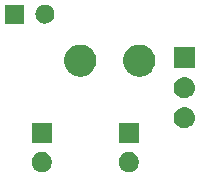
<source format=gbs>
G04 #@! TF.GenerationSoftware,KiCad,Pcbnew,5.0.2+dfsg1-1~bpo9+1*
G04 #@! TF.CreationDate,2020-08-26T14:23:20+01:00*
G04 #@! TF.ProjectId,ncp1402,6e637031-3430-4322-9e6b-696361645f70,rev?*
G04 #@! TF.SameCoordinates,Original*
G04 #@! TF.FileFunction,Soldermask,Bot*
G04 #@! TF.FilePolarity,Negative*
%FSLAX46Y46*%
G04 Gerber Fmt 4.6, Leading zero omitted, Abs format (unit mm)*
G04 Created by KiCad (PCBNEW 5.0.2+dfsg1-1~bpo9+1) date Wed 26 Aug 2020 14:23:20 IST*
%MOMM*%
%LPD*%
G01*
G04 APERTURE LIST*
%ADD10C,0.100000*%
G04 APERTURE END LIST*
D10*
G36*
X134995228Y-81818703D02*
X135150100Y-81882853D01*
X135289481Y-81975985D01*
X135408015Y-82094519D01*
X135501147Y-82233900D01*
X135565297Y-82388772D01*
X135598000Y-82553184D01*
X135598000Y-82720816D01*
X135565297Y-82885228D01*
X135501147Y-83040100D01*
X135408015Y-83179481D01*
X135289481Y-83298015D01*
X135150100Y-83391147D01*
X134995228Y-83455297D01*
X134830816Y-83488000D01*
X134663184Y-83488000D01*
X134498772Y-83455297D01*
X134343900Y-83391147D01*
X134204519Y-83298015D01*
X134085985Y-83179481D01*
X133992853Y-83040100D01*
X133928703Y-82885228D01*
X133896000Y-82720816D01*
X133896000Y-82553184D01*
X133928703Y-82388772D01*
X133992853Y-82233900D01*
X134085985Y-82094519D01*
X134204519Y-81975985D01*
X134343900Y-81882853D01*
X134498772Y-81818703D01*
X134663184Y-81786000D01*
X134830816Y-81786000D01*
X134995228Y-81818703D01*
X134995228Y-81818703D01*
G37*
G36*
X142361228Y-81818703D02*
X142516100Y-81882853D01*
X142655481Y-81975985D01*
X142774015Y-82094519D01*
X142867147Y-82233900D01*
X142931297Y-82388772D01*
X142964000Y-82553184D01*
X142964000Y-82720816D01*
X142931297Y-82885228D01*
X142867147Y-83040100D01*
X142774015Y-83179481D01*
X142655481Y-83298015D01*
X142516100Y-83391147D01*
X142361228Y-83455297D01*
X142196816Y-83488000D01*
X142029184Y-83488000D01*
X141864772Y-83455297D01*
X141709900Y-83391147D01*
X141570519Y-83298015D01*
X141451985Y-83179481D01*
X141358853Y-83040100D01*
X141294703Y-82885228D01*
X141262000Y-82720816D01*
X141262000Y-82553184D01*
X141294703Y-82388772D01*
X141358853Y-82233900D01*
X141451985Y-82094519D01*
X141570519Y-81975985D01*
X141709900Y-81882853D01*
X141864772Y-81818703D01*
X142029184Y-81786000D01*
X142196816Y-81786000D01*
X142361228Y-81818703D01*
X142361228Y-81818703D01*
G37*
G36*
X142964000Y-80988000D02*
X141262000Y-80988000D01*
X141262000Y-79286000D01*
X142964000Y-79286000D01*
X142964000Y-80988000D01*
X142964000Y-80988000D01*
G37*
G36*
X135598000Y-80988000D02*
X133896000Y-80988000D01*
X133896000Y-79286000D01*
X135598000Y-79286000D01*
X135598000Y-80988000D01*
X135598000Y-80988000D01*
G37*
G36*
X146922443Y-77972519D02*
X146988627Y-77979037D01*
X147101853Y-78013384D01*
X147158467Y-78030557D01*
X147297087Y-78104652D01*
X147314991Y-78114222D01*
X147350729Y-78143552D01*
X147452186Y-78226814D01*
X147535448Y-78328271D01*
X147564778Y-78364009D01*
X147564779Y-78364011D01*
X147648443Y-78520533D01*
X147648443Y-78520534D01*
X147699963Y-78690373D01*
X147717359Y-78867000D01*
X147699963Y-79043627D01*
X147665616Y-79156853D01*
X147648443Y-79213467D01*
X147574348Y-79352087D01*
X147564778Y-79369991D01*
X147535448Y-79405729D01*
X147452186Y-79507186D01*
X147350729Y-79590448D01*
X147314991Y-79619778D01*
X147314989Y-79619779D01*
X147158467Y-79703443D01*
X147101853Y-79720616D01*
X146988627Y-79754963D01*
X146922442Y-79761482D01*
X146856260Y-79768000D01*
X146767740Y-79768000D01*
X146701558Y-79761482D01*
X146635373Y-79754963D01*
X146522147Y-79720616D01*
X146465533Y-79703443D01*
X146309011Y-79619779D01*
X146309009Y-79619778D01*
X146273271Y-79590448D01*
X146171814Y-79507186D01*
X146088552Y-79405729D01*
X146059222Y-79369991D01*
X146049652Y-79352087D01*
X145975557Y-79213467D01*
X145958384Y-79156853D01*
X145924037Y-79043627D01*
X145906641Y-78867000D01*
X145924037Y-78690373D01*
X145975557Y-78520534D01*
X145975557Y-78520533D01*
X146059221Y-78364011D01*
X146059222Y-78364009D01*
X146088552Y-78328271D01*
X146171814Y-78226814D01*
X146273271Y-78143552D01*
X146309009Y-78114222D01*
X146326913Y-78104652D01*
X146465533Y-78030557D01*
X146522147Y-78013384D01*
X146635373Y-77979037D01*
X146701557Y-77972519D01*
X146767740Y-77966000D01*
X146856260Y-77966000D01*
X146922443Y-77972519D01*
X146922443Y-77972519D01*
G37*
G36*
X146922443Y-75432519D02*
X146988627Y-75439037D01*
X147101853Y-75473384D01*
X147158467Y-75490557D01*
X147297087Y-75564652D01*
X147314991Y-75574222D01*
X147350729Y-75603552D01*
X147452186Y-75686814D01*
X147535448Y-75788271D01*
X147564778Y-75824009D01*
X147564779Y-75824011D01*
X147648443Y-75980533D01*
X147648443Y-75980534D01*
X147699963Y-76150373D01*
X147717359Y-76327000D01*
X147699963Y-76503627D01*
X147665616Y-76616853D01*
X147648443Y-76673467D01*
X147574348Y-76812087D01*
X147564778Y-76829991D01*
X147535448Y-76865729D01*
X147452186Y-76967186D01*
X147350729Y-77050448D01*
X147314991Y-77079778D01*
X147314989Y-77079779D01*
X147158467Y-77163443D01*
X147101853Y-77180616D01*
X146988627Y-77214963D01*
X146922443Y-77221481D01*
X146856260Y-77228000D01*
X146767740Y-77228000D01*
X146701557Y-77221481D01*
X146635373Y-77214963D01*
X146522147Y-77180616D01*
X146465533Y-77163443D01*
X146309011Y-77079779D01*
X146309009Y-77079778D01*
X146273271Y-77050448D01*
X146171814Y-76967186D01*
X146088552Y-76865729D01*
X146059222Y-76829991D01*
X146049652Y-76812087D01*
X145975557Y-76673467D01*
X145958384Y-76616853D01*
X145924037Y-76503627D01*
X145906641Y-76327000D01*
X145924037Y-76150373D01*
X145975557Y-75980534D01*
X145975557Y-75980533D01*
X146059221Y-75824011D01*
X146059222Y-75824009D01*
X146088552Y-75788271D01*
X146171814Y-75686814D01*
X146273271Y-75603552D01*
X146309009Y-75574222D01*
X146326913Y-75564652D01*
X146465533Y-75490557D01*
X146522147Y-75473384D01*
X146635373Y-75439037D01*
X146701557Y-75432519D01*
X146767740Y-75426000D01*
X146856260Y-75426000D01*
X146922443Y-75432519D01*
X146922443Y-75432519D01*
G37*
G36*
X138265567Y-72715959D02*
X138396072Y-72741918D01*
X138641939Y-72843759D01*
X138862464Y-72991110D01*
X138863215Y-72991612D01*
X139051388Y-73179785D01*
X139051390Y-73179788D01*
X139199241Y-73401061D01*
X139301082Y-73646928D01*
X139353000Y-73907938D01*
X139353000Y-74174062D01*
X139301082Y-74435072D01*
X139199241Y-74680939D01*
X139051890Y-74901464D01*
X139051388Y-74902215D01*
X138863215Y-75090388D01*
X138863212Y-75090390D01*
X138641939Y-75238241D01*
X138396072Y-75340082D01*
X138265567Y-75366041D01*
X138135063Y-75392000D01*
X137868937Y-75392000D01*
X137738433Y-75366041D01*
X137607928Y-75340082D01*
X137362061Y-75238241D01*
X137140788Y-75090390D01*
X137140785Y-75090388D01*
X136952612Y-74902215D01*
X136952110Y-74901464D01*
X136804759Y-74680939D01*
X136702918Y-74435072D01*
X136651000Y-74174062D01*
X136651000Y-73907938D01*
X136702918Y-73646928D01*
X136804759Y-73401061D01*
X136952610Y-73179788D01*
X136952612Y-73179785D01*
X137140785Y-72991612D01*
X137141536Y-72991110D01*
X137362061Y-72843759D01*
X137607928Y-72741918D01*
X137738433Y-72715959D01*
X137868937Y-72690000D01*
X138135063Y-72690000D01*
X138265567Y-72715959D01*
X138265567Y-72715959D01*
G37*
G36*
X143265567Y-72715959D02*
X143396072Y-72741918D01*
X143641939Y-72843759D01*
X143862464Y-72991110D01*
X143863215Y-72991612D01*
X144051388Y-73179785D01*
X144051390Y-73179788D01*
X144199241Y-73401061D01*
X144301082Y-73646928D01*
X144353000Y-73907938D01*
X144353000Y-74174062D01*
X144301082Y-74435072D01*
X144199241Y-74680939D01*
X144051890Y-74901464D01*
X144051388Y-74902215D01*
X143863215Y-75090388D01*
X143863212Y-75090390D01*
X143641939Y-75238241D01*
X143396072Y-75340082D01*
X143265567Y-75366041D01*
X143135063Y-75392000D01*
X142868937Y-75392000D01*
X142738433Y-75366041D01*
X142607928Y-75340082D01*
X142362061Y-75238241D01*
X142140788Y-75090390D01*
X142140785Y-75090388D01*
X141952612Y-74902215D01*
X141952110Y-74901464D01*
X141804759Y-74680939D01*
X141702918Y-74435072D01*
X141651000Y-74174062D01*
X141651000Y-73907938D01*
X141702918Y-73646928D01*
X141804759Y-73401061D01*
X141952610Y-73179788D01*
X141952612Y-73179785D01*
X142140785Y-72991612D01*
X142141536Y-72991110D01*
X142362061Y-72843759D01*
X142607928Y-72741918D01*
X142738433Y-72715959D01*
X142868937Y-72690000D01*
X143135063Y-72690000D01*
X143265567Y-72715959D01*
X143265567Y-72715959D01*
G37*
G36*
X147713000Y-74688000D02*
X145911000Y-74688000D01*
X145911000Y-72886000D01*
X147713000Y-72886000D01*
X147713000Y-74688000D01*
X147713000Y-74688000D01*
G37*
G36*
X135158025Y-69314590D02*
X135309012Y-69360392D01*
X135448165Y-69434770D01*
X135570133Y-69534867D01*
X135670230Y-69656835D01*
X135744608Y-69795988D01*
X135790410Y-69946975D01*
X135805875Y-70104000D01*
X135790410Y-70261025D01*
X135744608Y-70412012D01*
X135670230Y-70551165D01*
X135570133Y-70673133D01*
X135448165Y-70773230D01*
X135309012Y-70847608D01*
X135158025Y-70893410D01*
X135040346Y-70905000D01*
X134961654Y-70905000D01*
X134843975Y-70893410D01*
X134692988Y-70847608D01*
X134553835Y-70773230D01*
X134431867Y-70673133D01*
X134331770Y-70551165D01*
X134257392Y-70412012D01*
X134211590Y-70261025D01*
X134196125Y-70104000D01*
X134211590Y-69946975D01*
X134257392Y-69795988D01*
X134331770Y-69656835D01*
X134431867Y-69534867D01*
X134553835Y-69434770D01*
X134692988Y-69360392D01*
X134843975Y-69314590D01*
X134961654Y-69303000D01*
X135040346Y-69303000D01*
X135158025Y-69314590D01*
X135158025Y-69314590D01*
G37*
G36*
X133262000Y-70905000D02*
X131660000Y-70905000D01*
X131660000Y-69303000D01*
X133262000Y-69303000D01*
X133262000Y-70905000D01*
X133262000Y-70905000D01*
G37*
M02*

</source>
